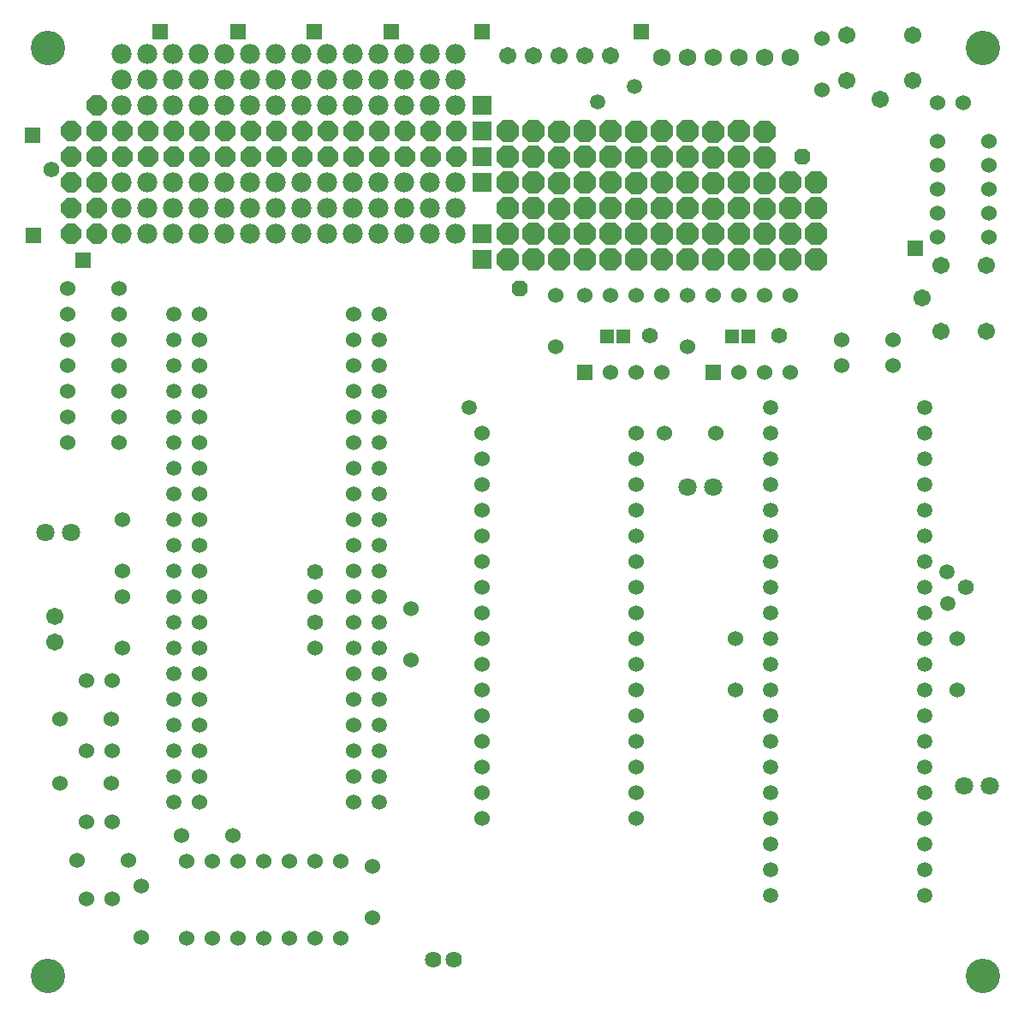
<source format=gts>
G75*
%MOIN*%
%OFA0B0*%
%FSLAX25Y25*%
%IPPOS*%
%LPD*%
%AMOC8*
5,1,8,0,0,1.08239X$1,22.5*
%
%ADD10C,0.13398*%
%ADD11C,0.06000*%
%ADD12C,0.05950*%
%ADD13C,0.06737*%
%ADD14C,0.06800*%
%ADD15C,0.07100*%
%ADD16C,0.06400*%
%ADD17R,0.06000X0.06000*%
%ADD18C,0.06154*%
%ADD19R,0.07800X0.07800*%
%ADD20R,0.06154X0.06154*%
%ADD21R,0.05485X0.05485*%
%ADD22OC8,0.06154*%
%ADD23OC8,0.07800*%
%ADD24OC8,0.08674*%
%ADD25C,0.07800*%
D10*
X0043629Y0020537D03*
X0407379Y0020537D03*
X0407379Y0381787D03*
X0043629Y0381787D03*
D11*
X0051129Y0288037D03*
X0051129Y0278037D03*
X0051129Y0268037D03*
X0051129Y0258037D03*
X0051129Y0248037D03*
X0051129Y0238037D03*
X0051129Y0228037D03*
X0071129Y0228037D03*
X0071129Y0238037D03*
X0071129Y0248037D03*
X0071129Y0258037D03*
X0071129Y0268037D03*
X0071129Y0278037D03*
X0071129Y0288037D03*
X0102379Y0278037D03*
X0102379Y0268037D03*
X0102379Y0258037D03*
X0102379Y0248037D03*
X0102379Y0238037D03*
X0102379Y0228037D03*
X0102379Y0218037D03*
X0102379Y0208037D03*
X0102379Y0198037D03*
X0102379Y0188037D03*
X0102379Y0178037D03*
X0102379Y0168037D03*
X0102379Y0158037D03*
X0102379Y0148037D03*
X0102379Y0138037D03*
X0102379Y0128037D03*
X0102379Y0118037D03*
X0102379Y0108037D03*
X0102379Y0098037D03*
X0102379Y0088037D03*
X0095529Y0074935D03*
X0097411Y0064927D03*
X0107411Y0064927D03*
X0117411Y0064927D03*
X0127411Y0064927D03*
X0137411Y0064927D03*
X0147411Y0064927D03*
X0157411Y0064927D03*
X0169879Y0063037D03*
X0169879Y0043037D03*
X0157411Y0034927D03*
X0147411Y0034927D03*
X0137411Y0034927D03*
X0127411Y0034927D03*
X0117411Y0034927D03*
X0107411Y0034927D03*
X0097411Y0034927D03*
X0079879Y0035537D03*
X0068630Y0050537D03*
X0058630Y0050537D03*
X0054879Y0065537D03*
X0074879Y0065537D03*
X0079879Y0055537D03*
X0068630Y0080537D03*
X0058630Y0080537D03*
X0068004Y0095537D03*
X0068630Y0108037D03*
X0058630Y0108037D03*
X0068004Y0120537D03*
X0068630Y0135537D03*
X0058630Y0135537D03*
X0048004Y0120537D03*
X0048004Y0095537D03*
X0072379Y0148037D03*
X0072379Y0168037D03*
X0072379Y0178037D03*
X0072379Y0198037D03*
X0147379Y0168037D03*
X0162379Y0168037D03*
X0162379Y0158037D03*
X0162379Y0148037D03*
X0162379Y0138037D03*
X0162379Y0128037D03*
X0162379Y0118037D03*
X0162379Y0108037D03*
X0162379Y0098037D03*
X0162379Y0088037D03*
X0115529Y0074935D03*
X0184929Y0143397D03*
X0184929Y0163397D03*
X0162379Y0178037D03*
X0162379Y0188037D03*
X0162379Y0198037D03*
X0162379Y0208037D03*
X0162379Y0218037D03*
X0162379Y0228037D03*
X0162379Y0238037D03*
X0162379Y0248037D03*
X0162379Y0258037D03*
X0162379Y0268037D03*
X0162379Y0278037D03*
X0212379Y0231787D03*
X0212379Y0221787D03*
X0212379Y0211787D03*
X0212379Y0201787D03*
X0212379Y0191787D03*
X0212379Y0181787D03*
X0212379Y0171787D03*
X0212379Y0161787D03*
X0212379Y0151787D03*
X0212379Y0141787D03*
X0212379Y0131787D03*
X0212379Y0121787D03*
X0212379Y0111787D03*
X0212379Y0101787D03*
X0212379Y0091787D03*
X0212379Y0081787D03*
X0272379Y0081787D03*
X0272379Y0091787D03*
X0272379Y0101787D03*
X0272379Y0111787D03*
X0272379Y0121787D03*
X0272379Y0131787D03*
X0272379Y0141787D03*
X0272379Y0151787D03*
X0272379Y0161787D03*
X0272379Y0171787D03*
X0272379Y0181787D03*
X0272379Y0191787D03*
X0272379Y0201787D03*
X0272379Y0211787D03*
X0272379Y0221787D03*
X0272379Y0231787D03*
X0283629Y0231787D03*
X0303629Y0231787D03*
X0312379Y0255537D03*
X0322379Y0255537D03*
X0332379Y0255537D03*
X0352379Y0258037D03*
X0352379Y0268037D03*
X0372379Y0268037D03*
X0372379Y0258037D03*
X0332379Y0285537D03*
X0322379Y0285537D03*
X0312379Y0285537D03*
X0302379Y0285537D03*
X0292379Y0285537D03*
X0282379Y0285537D03*
X0272379Y0285537D03*
X0262379Y0285537D03*
X0252379Y0285537D03*
X0241129Y0285537D03*
X0241129Y0265537D03*
X0262379Y0255537D03*
X0272379Y0255537D03*
X0282379Y0255537D03*
X0292379Y0265537D03*
X0389879Y0308037D03*
X0389879Y0317412D03*
X0389879Y0326787D03*
X0389879Y0336162D03*
X0389879Y0345537D03*
X0409879Y0345537D03*
X0409879Y0336162D03*
X0409879Y0326787D03*
X0409879Y0317412D03*
X0409879Y0308037D03*
X0399879Y0360537D03*
X0389879Y0360537D03*
X0344879Y0365537D03*
X0344879Y0385537D03*
X0311129Y0151787D03*
X0311129Y0131787D03*
X0397379Y0131787D03*
X0397379Y0151787D03*
X0147379Y0148037D03*
D12*
X0172379Y0148037D03*
X0172379Y0138037D03*
X0172379Y0128037D03*
X0172379Y0118037D03*
X0172379Y0108037D03*
X0172379Y0098037D03*
X0172379Y0088037D03*
X0092379Y0088037D03*
X0092379Y0098037D03*
X0092379Y0108037D03*
X0092379Y0118037D03*
X0092379Y0128037D03*
X0092379Y0138037D03*
X0092379Y0148037D03*
X0092379Y0158037D03*
X0092379Y0168037D03*
X0092379Y0178037D03*
X0092379Y0188037D03*
X0092379Y0198037D03*
X0092379Y0208037D03*
X0092379Y0218037D03*
X0092379Y0228037D03*
X0092379Y0238037D03*
X0092379Y0248037D03*
X0092379Y0258037D03*
X0092379Y0268037D03*
X0092379Y0278037D03*
X0172379Y0278037D03*
X0172379Y0268037D03*
X0172379Y0258037D03*
X0172379Y0248037D03*
X0172379Y0238037D03*
X0172379Y0228037D03*
X0172379Y0218037D03*
X0172379Y0208037D03*
X0172379Y0198037D03*
X0172379Y0188037D03*
X0172379Y0178037D03*
X0172379Y0168037D03*
X0172379Y0158037D03*
X0207379Y0241787D03*
X0324879Y0241787D03*
X0324879Y0231787D03*
X0324879Y0221787D03*
X0324879Y0211787D03*
X0324879Y0201787D03*
X0324879Y0191787D03*
X0324879Y0181787D03*
X0324879Y0171787D03*
X0324879Y0161787D03*
X0324879Y0151787D03*
X0324879Y0141787D03*
X0324879Y0131787D03*
X0324879Y0121787D03*
X0324879Y0111787D03*
X0324879Y0101787D03*
X0324879Y0091787D03*
X0324879Y0081787D03*
X0324879Y0071787D03*
X0324879Y0061787D03*
X0324879Y0051787D03*
X0384879Y0051787D03*
X0384879Y0061787D03*
X0384879Y0071787D03*
X0384879Y0081787D03*
X0384879Y0091787D03*
X0384879Y0101787D03*
X0384879Y0111787D03*
X0384879Y0121787D03*
X0384879Y0131787D03*
X0384879Y0141787D03*
X0384879Y0151787D03*
X0384879Y0161787D03*
X0393746Y0165276D03*
X0384879Y0171787D03*
X0393433Y0177780D03*
X0384879Y0181787D03*
X0384879Y0191787D03*
X0384879Y0201787D03*
X0384879Y0211787D03*
X0384879Y0221787D03*
X0384879Y0231787D03*
X0384879Y0241787D03*
X0257440Y0360651D03*
X0271832Y0366903D03*
D13*
X0262379Y0378663D03*
X0252379Y0378663D03*
X0242379Y0378663D03*
X0232379Y0378663D03*
X0222379Y0378663D03*
X0354584Y0386896D03*
X0354584Y0369179D03*
X0367379Y0361896D03*
X0380174Y0369179D03*
X0380174Y0386896D03*
X0391021Y0297083D03*
X0383737Y0284287D03*
X0391021Y0271492D03*
X0408737Y0271492D03*
X0408737Y0297083D03*
X0046129Y0160537D03*
X0046129Y0150537D03*
D14*
X0282379Y0378037D03*
X0292379Y0378037D03*
X0302379Y0378037D03*
X0312379Y0378037D03*
X0322379Y0378037D03*
X0332379Y0378037D03*
D15*
X0302465Y0210603D03*
X0292465Y0210603D03*
X0400000Y0094316D03*
X0410000Y0094316D03*
X0052385Y0193097D03*
X0042385Y0193097D03*
D16*
X0193496Y0026794D03*
X0201370Y0026794D03*
D17*
X0252379Y0255537D03*
X0302379Y0255537D03*
D18*
X0277927Y0269746D03*
X0328004Y0269600D03*
X0400754Y0171784D03*
X0147379Y0177725D03*
X0147379Y0158037D03*
X0044879Y0334287D03*
D19*
X0212379Y0329287D03*
X0212379Y0339287D03*
X0212379Y0349287D03*
X0212379Y0359287D03*
X0212379Y0309287D03*
X0212379Y0299287D03*
D20*
X0212379Y0388037D03*
X0177066Y0388037D03*
X0147066Y0388037D03*
X0117379Y0388037D03*
X0087066Y0388037D03*
X0037379Y0347725D03*
X0037691Y0308662D03*
X0057066Y0298975D03*
X0274566Y0388037D03*
X0381129Y0303662D03*
D21*
X0316129Y0269287D03*
X0309879Y0269287D03*
X0267379Y0269287D03*
X0261129Y0269287D03*
D22*
X0227066Y0288037D03*
X0337066Y0339287D03*
D23*
X0202379Y0339287D03*
X0192379Y0339287D03*
X0182379Y0339287D03*
X0172379Y0339287D03*
X0162379Y0339287D03*
X0152379Y0339287D03*
X0142379Y0339287D03*
X0132379Y0339287D03*
X0122379Y0339287D03*
X0112379Y0339287D03*
X0102379Y0339287D03*
X0092379Y0339287D03*
X0082379Y0339287D03*
X0072379Y0339287D03*
X0062379Y0339287D03*
X0052379Y0339287D03*
X0052379Y0349287D03*
X0062379Y0349287D03*
X0072379Y0349287D03*
X0082379Y0349287D03*
X0092379Y0349287D03*
X0102379Y0349287D03*
X0112379Y0349287D03*
X0122379Y0349287D03*
X0132379Y0349287D03*
X0142379Y0349287D03*
X0152379Y0349287D03*
X0162379Y0349287D03*
X0172379Y0349287D03*
X0182379Y0349287D03*
X0192379Y0349287D03*
X0202379Y0349287D03*
X0062379Y0359287D03*
X0062379Y0329287D03*
X0062379Y0319287D03*
X0052379Y0319287D03*
X0052379Y0329287D03*
X0052379Y0309287D03*
X0062379Y0309287D03*
D24*
X0222379Y0309287D03*
X0232379Y0309287D03*
X0232379Y0299287D03*
X0222379Y0299287D03*
X0242379Y0299287D03*
X0252379Y0299287D03*
X0262379Y0299287D03*
X0272379Y0299287D03*
X0282379Y0299287D03*
X0292379Y0299287D03*
X0302379Y0299287D03*
X0312379Y0299287D03*
X0322379Y0299287D03*
X0322379Y0309287D03*
X0312379Y0309287D03*
X0302379Y0309287D03*
X0292379Y0309287D03*
X0282379Y0309287D03*
X0272379Y0309287D03*
X0262379Y0309287D03*
X0252379Y0309287D03*
X0242379Y0309287D03*
X0242379Y0319158D03*
X0242379Y0329158D03*
X0242379Y0339158D03*
X0252379Y0339287D03*
X0262379Y0339287D03*
X0262379Y0349287D03*
X0252379Y0349287D03*
X0242379Y0349158D03*
X0232379Y0349287D03*
X0222379Y0349287D03*
X0222379Y0339287D03*
X0232379Y0339287D03*
X0232379Y0329287D03*
X0222379Y0329287D03*
X0222379Y0319287D03*
X0232379Y0319287D03*
X0252379Y0319287D03*
X0262379Y0319287D03*
X0262379Y0329287D03*
X0252379Y0329287D03*
X0272379Y0329158D03*
X0272379Y0339158D03*
X0282379Y0339287D03*
X0292379Y0339287D03*
X0302379Y0339158D03*
X0302379Y0329158D03*
X0292379Y0329287D03*
X0292379Y0319287D03*
X0302379Y0319158D03*
X0312379Y0319287D03*
X0312379Y0329287D03*
X0322379Y0329158D03*
X0322379Y0339158D03*
X0312379Y0339287D03*
X0312379Y0349287D03*
X0322379Y0349158D03*
X0302379Y0349158D03*
X0292379Y0349287D03*
X0282379Y0349287D03*
X0272379Y0349158D03*
X0282379Y0329287D03*
X0282379Y0319287D03*
X0272379Y0319158D03*
X0322379Y0319158D03*
X0332379Y0319444D03*
X0332379Y0329444D03*
X0342379Y0329444D03*
X0342379Y0319444D03*
X0342379Y0309444D03*
X0332379Y0309444D03*
X0332379Y0299444D03*
X0342379Y0299444D03*
D25*
X0202066Y0309287D03*
X0192066Y0309287D03*
X0182066Y0309287D03*
X0172066Y0309287D03*
X0162066Y0309287D03*
X0152066Y0309287D03*
X0142066Y0309287D03*
X0132066Y0309287D03*
X0122066Y0309287D03*
X0112066Y0309287D03*
X0102066Y0309287D03*
X0092066Y0309287D03*
X0082066Y0309287D03*
X0072066Y0309287D03*
X0072066Y0319287D03*
X0082066Y0319287D03*
X0092066Y0319287D03*
X0102066Y0319287D03*
X0112066Y0319287D03*
X0122066Y0319287D03*
X0132066Y0319287D03*
X0142066Y0319287D03*
X0152066Y0319287D03*
X0162066Y0319287D03*
X0172066Y0319287D03*
X0182066Y0319287D03*
X0192066Y0319287D03*
X0202066Y0319287D03*
X0202066Y0329287D03*
X0192066Y0329287D03*
X0182066Y0329287D03*
X0172066Y0329287D03*
X0162066Y0329287D03*
X0152066Y0329287D03*
X0142066Y0329287D03*
X0132066Y0329287D03*
X0122066Y0329287D03*
X0112066Y0329287D03*
X0102066Y0329287D03*
X0092066Y0329287D03*
X0082066Y0329287D03*
X0072066Y0329287D03*
X0072066Y0359287D03*
X0082066Y0359287D03*
X0092066Y0359287D03*
X0102066Y0359287D03*
X0112066Y0359287D03*
X0122066Y0359287D03*
X0132066Y0359287D03*
X0142066Y0359287D03*
X0152066Y0359287D03*
X0162066Y0359287D03*
X0172066Y0359287D03*
X0182066Y0359287D03*
X0192066Y0359287D03*
X0202066Y0359287D03*
X0202066Y0369287D03*
X0192066Y0369287D03*
X0182066Y0369287D03*
X0172066Y0369287D03*
X0162066Y0369287D03*
X0152066Y0369287D03*
X0142066Y0369287D03*
X0132066Y0369287D03*
X0122066Y0369287D03*
X0112066Y0369287D03*
X0102066Y0369287D03*
X0092066Y0369287D03*
X0082066Y0369287D03*
X0072066Y0369287D03*
X0072066Y0379287D03*
X0082066Y0379287D03*
X0092066Y0379287D03*
X0102066Y0379287D03*
X0112066Y0379287D03*
X0122066Y0379287D03*
X0132066Y0379287D03*
X0142066Y0379287D03*
X0152066Y0379287D03*
X0162066Y0379287D03*
X0172066Y0379287D03*
X0182066Y0379287D03*
X0192066Y0379287D03*
X0202066Y0379287D03*
M02*

</source>
